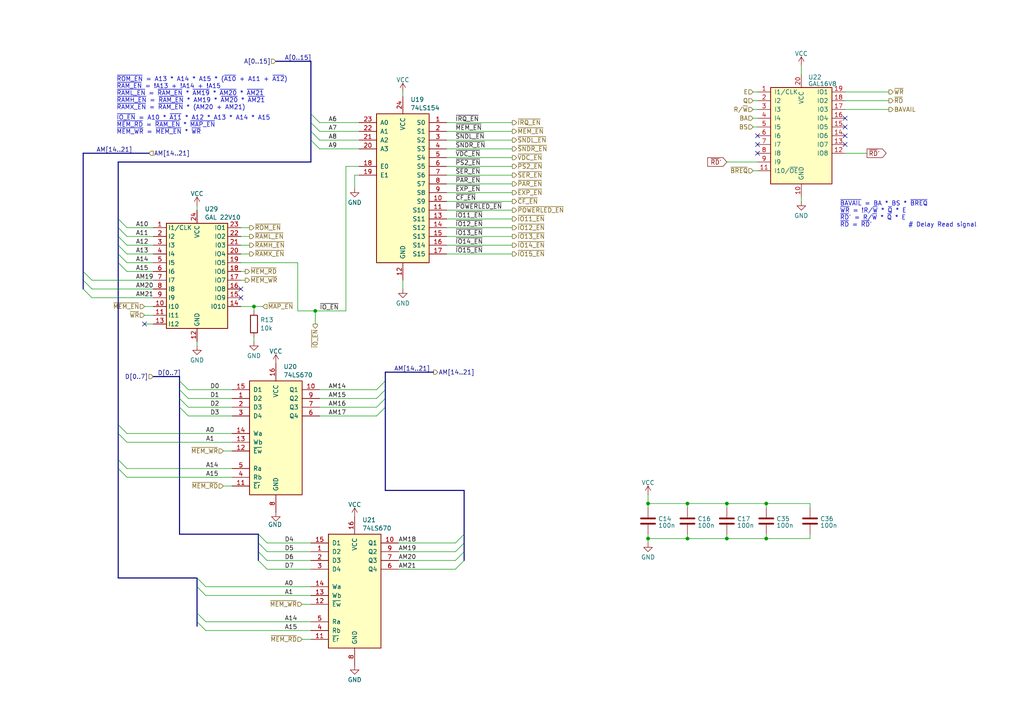
<source format=kicad_sch>
(kicad_sch (version 20231120) (generator "eeschema") (generator_version "8.0")
  (paper "A4")
  (lib_symbols
    (symbol "74xx:74LS154" (pin_names (offset 1.016))
      (property "Reference" "U" (at -7.62 21.59 0))
      (property "Value" "74LS154" (at -7.62 -24.13 0))
      (symbol "74LS154_1_0"
        (pin output line (at 12.7 17.78 180) (length 5.08) (name "S0") (number "1"))
        (pin output line (at 12.7 -5.08 180) (length 5.08) (name "S9") (number "10"))
        (pin output line (at 12.7 -7.62 180) (length 5.08) (name "S10") (number "11"))
        (pin power_in line (at 0 -27.94 90) (length 5.08) (name "GND") (number "12"))
        (pin output line (at 12.7 -10.16 180) (length 5.08) (name "S11") (number "13"))
        (pin output line (at 12.7 -12.7 180) (length 5.08) (name "S12") (number "14"))
        (pin output line (at 12.7 -15.24 180) (length 5.08) (name "S13") (number "15"))
        (pin output line (at 12.7 -17.78 180) (length 5.08) (name "S14") (number "16"))
        (pin output line (at 12.7 -20.32 180) (length 5.08) (name "S15") (number "17"))
        (pin input line (at -12.7 5.08 0) (length 5.08) (name "E0") (number "18"))
        (pin input line (at -12.7 2.54 0) (length 5.08) (name "E1") (number "19"))
        (pin output line (at 12.7 15.24 180) (length 5.08) (name "S1") (number "2"))
        (pin input line (at -12.7 10.16 0) (length 5.08) (name "A3") (number "20"))
        (pin input line (at -12.7 12.7 0) (length 5.08) (name "A2") (number "21"))
        (pin input line (at -12.7 15.24 0) (length 5.08) (name "A1") (number "22"))
        (pin input line (at -12.7 17.78 0) (length 5.08) (name "A0") (number "23"))
        (pin power_in line (at 0 25.4 270) (length 5.08) (name "VCC") (number "24"))
        (pin output line (at 12.7 12.7 180) (length 5.08) (name "S2") (number "3"))
        (pin output line (at 12.7 10.16 180) (length 5.08) (name "S3") (number "4"))
        (pin output line (at 12.7 7.62 180) (length 5.08) (name "S4") (number "5"))
        (pin output line (at 12.7 5.08 180) (length 5.08) (name "S5") (number "6"))
        (pin output line (at 12.7 2.54 180) (length 5.08) (name "S6") (number "7"))
        (pin output line (at 12.7 0 180) (length 5.08) (name "S7") (number "8"))
        (pin output line (at 12.7 -2.54 180) (length 5.08) (name "S8") (number "9"))
      )
      (symbol "74LS154_1_1"
        (rectangle (start -7.62 20.32) (end 7.62 -22.86) (stroke (width 0.254)) (fill (type background)))
      )
    )
    (symbol "74xx:74LS670" (pin_names (offset 1.016))
      (property "Reference" "U" (at -7.62 16.51 0))
      (property "Value" "74LS670" (at -7.62 -19.05 0))
      (symbol "74LS670_1_0"
        (pin input line (at -12.7 10.16 0) (length 5.08) (name "D2") (number "1"))
        (pin tri_state line (at 12.7 12.7 180) (length 5.08) (name "Q1") (number "10"))
        (pin input line (at -12.7 -15.24 0) (length 5.08) (name "~{Er}") (number "11"))
        (pin input line (at -12.7 -5.08 0) (length 5.08) (name "~{Ew}") (number "12"))
        (pin input line (at -12.7 -2.54 0) (length 5.08) (name "Wb") (number "13"))
        (pin input line (at -12.7 0 0) (length 5.08) (name "Wa") (number "14"))
        (pin input line (at -12.7 12.7 0) (length 5.08) (name "D1") (number "15"))
        (pin power_in line (at 0 20.32 270) (length 5.08) (name "VCC") (number "16"))
        (pin input line (at -12.7 7.62 0) (length 5.08) (name "D3") (number "2"))
        (pin input line (at -12.7 5.08 0) (length 5.08) (name "D4") (number "3"))
        (pin input line (at -12.7 -12.7 0) (length 5.08) (name "Rb") (number "4"))
        (pin input line (at -12.7 -10.16 0) (length 5.08) (name "Ra") (number "5"))
        (pin tri_state line (at 12.7 5.08 180) (length 5.08) (name "Q4") (number "6"))
        (pin tri_state line (at 12.7 7.62 180) (length 5.08) (name "Q3") (number "7"))
        (pin power_in line (at 0 -22.86 90) (length 5.08) (name "GND") (number "8"))
        (pin tri_state line (at 12.7 10.16 180) (length 5.08) (name "Q2") (number "9"))
      )
      (symbol "74LS670_1_1"
        (rectangle (start -7.62 15.24) (end 7.62 -17.78) (stroke (width 0.254)) (fill (type background)))
      )
    )
    (symbol "Device:C" (pin_numbers hide) (pin_names (offset 0.254))
      (property "Reference" "C" (at 0.635 2.54 0))
      (property "Value" "C" (at 0.635 -2.54 0))
      (symbol "C_0_1"
        (polyline (pts (xy -2.032 -0.762) (xy 2.032 -0.762)) (stroke (width 0.508)))
        (polyline (pts (xy -2.032 0.762) (xy 2.032 0.762)) (stroke (width 0.508)))
      )
      (symbol "C_1_1"
        (pin passive line (at 0 3.81 270) (length 2.794) (name "~") (number "1"))
        (pin passive line (at 0 -3.81 90) (length 2.794) (name "~") (number "2"))
      )
    )
    (symbol "Device:R" (pin_numbers hide) (pin_names (offset 0))
      (property "Reference" "R" (at 2.032 0 90))
      (property "Value" "R" (at 0 0 90))
      (symbol "R_0_1"
        (rectangle (start -1.016 -2.54) (end 1.016 2.54) (stroke (width 0.254)))
      )
      (symbol "R_1_1"
        (pin passive line (at 0 3.81 270) (length 1.27) (name "~") (number "1"))
        (pin passive line (at 0 -3.81 90) (length 1.27) (name "~") (number "2"))
      )
    )
    (symbol "Logic_Programmable:GAL16V8" (pin_names (offset 1.016))
      (property "Reference" "U" (at -8.89 16.51 0))
      (property "Value" "GAL16V8" (at 1.27 16.51 0))
      (symbol "GAL16V8_0_0"
        (pin power_in line (at 0 -17.78 90) (length 3.81) (name "GND") (number "10"))
        (pin power_in line (at 0 17.78 270) (length 3.81) (name "VCC") (number "20"))
      )
      (symbol "GAL16V8_0_1"
        (rectangle (start -8.89 13.97) (end 8.89 -13.97) (stroke (width 0.254)) (fill (type background)))
      )
      (symbol "GAL16V8_1_1"
        (pin input line (at -12.7 12.7 0) (length 3.81) (name "I1/CLK") (number "1"))
        (pin input line (at -12.7 -10.16 0) (length 3.81) (name "I10/~{OE}") (number "11"))
        (pin tri_state line (at 12.7 -5.08 180) (length 3.81) (name "IO8") (number "12"))
        (pin tri_state line (at 12.7 -2.54 180) (length 3.81) (name "IO7") (number "13"))
        (pin tri_state line (at 12.7 0 180) (length 3.81) (name "IO6") (number "14"))
        (pin tri_state line (at 12.7 2.54 180) (length 3.81) (name "IO5") (number "15"))
        (pin tri_state line (at 12.7 5.08 180) (length 3.81) (name "IO4") (number "16"))
        (pin tri_state line (at 12.7 7.62 180) (length 3.81) (name "I03") (number "17"))
        (pin tri_state line (at 12.7 10.16 180) (length 3.81) (name "IO2") (number "18"))
        (pin tri_state line (at 12.7 12.7 180) (length 3.81) (name "IO1") (number "19"))
        (pin input line (at -12.7 10.16 0) (length 3.81) (name "I2") (number "2"))
        (pin input line (at -12.7 7.62 0) (length 3.81) (name "I3") (number "3"))
        (pin input line (at -12.7 5.08 0) (length 3.81) (name "I4") (number "4"))
        (pin input line (at -12.7 2.54 0) (length 3.81) (name "I5") (number "5"))
        (pin input line (at -12.7 0 0) (length 3.81) (name "I6") (number "6"))
        (pin input line (at -12.7 -2.54 0) (length 3.81) (name "I7") (number "7"))
        (pin input line (at -12.7 -5.08 0) (length 3.81) (name "I8") (number "8"))
        (pin input line (at -12.7 -7.62 0) (length 3.81) (name "I9") (number "9"))
      )
    )
    (symbol "motherboard:GAL22V10"
      (property "Reference" "U29" (at -1.27 30.734 0))
      (property "Value" "GAL 22V10" (at 8.636 -2.794 0))
      (symbol "GAL22V10_0_1"
        (rectangle (start -1.27 29.21) (end 16.51 -1.27) (stroke (width 0.254)) (fill (type background)))
      )
      (symbol "GAL22V10_1_0"
        (pin power_in line (at 7.62 -5.08 90) (length 3.81) (name "GND") (number "12"))
        (pin power_in line (at 7.62 33.02 270) (length 3.81) (name "VCC") (number "24"))
      )
      (symbol "GAL22V10_1_1"
        (pin input line (at -5.08 27.94 0) (length 3.81) (name "I1/CLK") (number "1"))
        (pin input line (at -5.08 5.08 0) (length 3.81) (name "I10") (number "10"))
        (pin input line (at -5.08 2.54 0) (length 3.81) (name "I11") (number "11"))
        (pin input line (at -5.08 0 0) (length 3.81) (name "I12") (number "13"))
        (pin bidirectional line (at 20.32 5.08 180) (length 3.81) (name "I010") (number "14"))
        (pin bidirectional line (at 20.32 7.62 180) (length 3.81) (name "IO9") (number "15"))
        (pin bidirectional line (at 20.32 10.16 180) (length 3.81) (name "IO8") (number "16"))
        (pin bidirectional line (at 20.32 12.7 180) (length 3.81) (name "IO7") (number "17"))
        (pin bidirectional line (at 20.32 15.24 180) (length 3.81) (name "IO6") (number "18"))
        (pin bidirectional line (at 20.32 17.78 180) (length 3.81) (name "IO5") (number "19"))
        (pin input line (at -5.08 25.4 0) (length 3.81) (name "I2") (number "2"))
        (pin bidirectional line (at 20.32 20.32 180) (length 3.81) (name "IO4") (number "20"))
        (pin bidirectional line (at 20.32 22.86 180) (length 3.81) (name "I03") (number "21"))
        (pin bidirectional line (at 20.32 25.4 180) (length 3.81) (name "IO2") (number "22"))
        (pin bidirectional line (at 20.32 27.94 180) (length 3.81) (name "IO1") (number "23"))
        (pin input line (at -5.08 22.86 0) (length 3.81) (name "I3") (number "3"))
        (pin input line (at -5.08 20.32 0) (length 3.81) (name "I4") (number "4"))
        (pin input line (at -5.08 17.78 0) (length 3.81) (name "I5") (number "5"))
        (pin input line (at -5.08 15.24 0) (length 3.81) (name "I6") (number "6"))
        (pin input line (at -5.08 12.7 0) (length 3.81) (name "I7") (number "7"))
        (pin input line (at -5.08 10.16 0) (length 3.81) (name "I8") (number "8"))
        (pin input line (at -5.08 7.62 0) (length 3.81) (name "I9") (number "9"))
      )
    )
    (symbol "power:GND" (power) (pin_names (offset 0))
      (property "Value" "GND" (at 0 -3.81 0))
      (symbol "GND_0_1"
        (polyline (pts (xy 0 0) (xy 0 -1.27) (xy 1.27 -1.27) (xy 0 -2.54) (xy -1.27 -1.27) (xy 0 -1.27)))
      )
      (symbol "GND_1_1"
        (pin power_in line (at 0 0 270) (length 0) hide (name "GND") (number "1"))
      )
    )
    (symbol "power:VCC" (power) (pin_names (offset 0))
      (property "Value" "VCC" (at 0 3.81 0))
      (symbol "VCC_0_1"
        (polyline (pts (xy -0.762 1.27) (xy 0 2.54)))
        (polyline (pts (xy 0 0) (xy 0 2.54)))
        (polyline (pts (xy 0 2.54) (xy 0.762 1.27)))
      )
      (symbol "VCC_1_1"
        (pin power_in line (at 0 0 90) (length 0) hide (name "VCC") (number "1"))
      )
    )
  )
  (junction (at 199.39 146.05))
  (junction (at 187.96 146.05))
  (junction (at 210.82 156.21))
  (junction (at 222.25 156.21))
  (junction (at 187.96 156.21))
  (junction (at 73.66 88.9))
  (junction (at 210.82 146.05))
  (junction (at 222.25 146.05))
  (junction (at 199.39 156.21))
  (junction (at 91.44 90.17))
  (no_connect (at 69.85 86.36))
  (no_connect (at 219.71 39.37))
  (no_connect (at 245.11 39.37))
  (no_connect (at 245.11 34.29))
  (no_connect (at 245.11 36.83))
  (no_connect (at 69.85 83.82))
  (no_connect (at 245.11 41.91))
  (no_connect (at 219.71 44.45))
  (no_connect (at 41.91 93.98))
  (no_connect (at 219.71 41.91))
  (bus_entry (at 90.17 35.56) (size 2.54 2.54))
  (bus_entry (at 57.15 177.8) (size 2.54 2.54))
  (bus_entry (at 34.29 125.73) (size 2.54 2.54))
  (bus_entry (at 34.29 71.12) (size 2.54 2.54))
  (bus_entry (at 52.07 113.03) (size 2.54 2.54))
  (bus_entry (at 34.29 63.5) (size 2.54 2.54))
  (bus_entry (at 74.93 154.94) (size 2.54 2.54))
  (bus_entry (at 111.76 118.11) (size -2.54 2.54))
  (bus_entry (at 134.62 160.02) (size -2.54 2.54))
  (bus_entry (at 111.76 113.03) (size -2.54 2.54))
  (bus_entry (at 134.62 162.56) (size -2.54 2.54))
  (bus_entry (at 111.76 115.57) (size -2.54 2.54))
  (bus_entry (at 57.15 170.18) (size 2.54 2.54))
  (bus_entry (at 134.62 157.48) (size -2.54 2.54))
  (bus_entry (at 24.13 83.82) (size 2.54 2.54))
  (bus_entry (at 90.17 40.64) (size 2.54 2.54))
  (bus_entry (at 57.15 167.64) (size 2.54 2.54))
  (bus_entry (at 34.29 76.2) (size 2.54 2.54))
  (bus_entry (at 90.17 38.1) (size 2.54 2.54))
  (bus_entry (at 34.29 73.66) (size 2.54 2.54))
  (bus_entry (at 74.93 162.56) (size 2.54 2.54))
  (bus_entry (at 34.29 133.35) (size 2.54 2.54))
  (bus_entry (at 52.07 110.49) (size 2.54 2.54))
  (bus_entry (at 74.93 160.02) (size 2.54 2.54))
  (bus_entry (at 34.29 123.19) (size 2.54 2.54))
  (bus_entry (at 52.07 115.57) (size 2.54 2.54))
  (bus_entry (at 24.13 78.74) (size 2.54 2.54))
  (bus_entry (at 74.93 157.48) (size 2.54 2.54))
  (bus_entry (at 34.29 68.58) (size 2.54 2.54))
  (bus_entry (at 90.17 33.02) (size 2.54 2.54))
  (bus_entry (at 34.29 66.04) (size 2.54 2.54))
  (bus_entry (at 34.29 135.89) (size 2.54 2.54))
  (bus_entry (at 109.22 113.03) (size 2.54 -2.54))
  (bus_entry (at 132.08 157.48) (size 2.54 -2.54))
  (bus_entry (at 57.15 180.34) (size 2.54 2.54))
  (bus_entry (at 52.07 118.11) (size 2.54 2.54))
  (bus_entry (at 24.13 81.28) (size 2.54 2.54))
  (wire (pts (xy 257.81 31.75) (xy 245.11 31.75)))
  (wire (pts (xy 218.44 26.67) (xy 219.71 26.67)))
  (bus (pts (xy 74.93 157.48) (xy 74.93 160.02)))
  (wire (pts (xy 210.82 146.05) (xy 210.82 147.32)))
  (wire (pts (xy 92.71 113.03) (xy 109.22 113.03)))
  (wire (pts (xy 36.83 138.43) (xy 67.31 138.43)))
  (wire (pts (xy 257.81 29.21) (xy 245.11 29.21)))
  (bus (pts (xy 34.29 123.19) (xy 34.29 125.73)))
  (bus (pts (xy 52.07 109.22) (xy 52.07 110.49)))
  (wire (pts (xy 54.61 115.57) (xy 67.31 115.57)))
  (bus (pts (xy 24.13 78.74) (xy 24.13 81.28)))
  (bus (pts (xy 52.07 154.94) (xy 52.07 118.11)))
  (wire (pts (xy 77.47 157.48) (xy 90.17 157.48)))
  (bus (pts (xy 111.76 142.24) (xy 111.76 118.11)))
  (bus (pts (xy 52.07 110.49) (xy 52.07 113.03)))
  (wire (pts (xy 91.44 90.17) (xy 91.44 93.98)))
  (bus (pts (xy 74.93 154.94) (xy 74.93 157.48)))
  (wire (pts (xy 69.85 68.58) (xy 72.39 68.58)))
  (wire (pts (xy 129.54 73.66) (xy 148.59 73.66)))
  (wire (pts (xy 57.15 99.06) (xy 57.15 100.33)))
  (wire (pts (xy 64.77 140.97) (xy 67.31 140.97)))
  (wire (pts (xy 100.33 48.26) (xy 104.14 48.26)))
  (bus (pts (xy 111.76 110.49) (xy 111.76 113.03)))
  (wire (pts (xy 73.66 97.79) (xy 73.66 99.06)))
  (wire (pts (xy 218.44 36.83) (xy 219.71 36.83)))
  (wire (pts (xy 129.54 53.34) (xy 148.59 53.34)))
  (wire (pts (xy 129.54 55.88) (xy 148.59 55.88)))
  (wire (pts (xy 129.54 38.1) (xy 148.59 38.1)))
  (bus (pts (xy 80.01 17.78) (xy 90.17 17.78)))
  (wire (pts (xy 73.66 88.9) (xy 76.2 88.9)))
  (wire (pts (xy 36.83 66.04) (xy 44.45 66.04)))
  (bus (pts (xy 34.29 73.66) (xy 34.29 76.2)))
  (wire (pts (xy 234.95 156.21) (xy 234.95 154.94)))
  (wire (pts (xy 232.41 57.15) (xy 232.41 58.42)))
  (bus (pts (xy 34.29 133.35) (xy 34.29 135.89)))
  (bus (pts (xy 24.13 78.74) (xy 24.13 44.45)))
  (wire (pts (xy 187.96 156.21) (xy 187.96 157.48)))
  (wire (pts (xy 36.83 68.58) (xy 44.45 68.58)))
  (wire (pts (xy 187.96 156.21) (xy 199.39 156.21)))
  (wire (pts (xy 115.57 157.48) (xy 132.08 157.48)))
  (wire (pts (xy 36.83 73.66) (xy 44.45 73.66)))
  (wire (pts (xy 73.66 88.9) (xy 73.66 90.17)))
  (bus (pts (xy 111.76 115.57) (xy 111.76 118.11)))
  (wire (pts (xy 36.83 71.12) (xy 44.45 71.12)))
  (wire (pts (xy 100.33 90.17) (xy 100.33 48.26)))
  (wire (pts (xy 64.77 130.81) (xy 67.31 130.81)))
  (bus (pts (xy 111.76 107.95) (xy 111.76 110.49)))
  (wire (pts (xy 87.63 175.26) (xy 90.17 175.26)))
  (wire (pts (xy 129.54 71.12) (xy 148.59 71.12)))
  (wire (pts (xy 92.71 38.1) (xy 104.14 38.1)))
  (wire (pts (xy 54.61 113.03) (xy 67.31 113.03)))
  (bus (pts (xy 90.17 40.64) (xy 90.17 46.99)))
  (wire (pts (xy 199.39 156.21) (xy 210.82 156.21)))
  (wire (pts (xy 210.82 146.05) (xy 222.25 146.05)))
  (wire (pts (xy 59.69 170.18) (xy 90.17 170.18)))
  (wire (pts (xy 129.54 40.64) (xy 148.59 40.64)))
  (wire (pts (xy 187.96 143.51) (xy 187.96 146.05)))
  (bus (pts (xy 34.29 46.99) (xy 34.29 63.5)))
  (wire (pts (xy 116.84 26.67) (xy 116.84 27.94)))
  (wire (pts (xy 36.83 135.89) (xy 67.31 135.89)))
  (wire (pts (xy 92.71 115.57) (xy 109.22 115.57)))
  (wire (pts (xy 92.71 120.65) (xy 109.22 120.65)))
  (wire (pts (xy 57.15 59.69) (xy 57.15 60.96)))
  (wire (pts (xy 59.69 172.72) (xy 90.17 172.72)))
  (wire (pts (xy 92.71 43.18) (xy 104.14 43.18)))
  (wire (pts (xy 199.39 156.21) (xy 199.39 154.94)))
  (wire (pts (xy 54.61 120.65) (xy 67.31 120.65)))
  (bus (pts (xy 57.15 167.64) (xy 57.15 170.18)))
  (wire (pts (xy 129.54 35.56) (xy 148.59 35.56)))
  (wire (pts (xy 210.82 46.99) (xy 219.71 46.99)))
  (bus (pts (xy 57.15 180.34) (xy 57.15 181.61)))
  (wire (pts (xy 36.83 125.73) (xy 67.31 125.73)))
  (bus (pts (xy 134.62 160.02) (xy 134.62 162.56)))
  (wire (pts (xy 69.85 81.28) (xy 71.12 81.28)))
  (bus (pts (xy 34.29 66.04) (xy 34.29 68.58)))
  (wire (pts (xy 129.54 63.5) (xy 148.59 63.5)))
  (wire (pts (xy 232.41 19.05) (xy 232.41 21.59)))
  (wire (pts (xy 129.54 58.42) (xy 148.59 58.42)))
  (wire (pts (xy 115.57 160.02) (xy 132.08 160.02)))
  (wire (pts (xy 218.44 34.29) (xy 219.71 34.29)))
  (wire (pts (xy 187.96 146.05) (xy 199.39 146.05)))
  (wire (pts (xy 77.47 165.1) (xy 90.17 165.1)))
  (wire (pts (xy 199.39 146.05) (xy 210.82 146.05)))
  (wire (pts (xy 222.25 156.21) (xy 234.95 156.21)))
  (wire (pts (xy 257.81 26.67) (xy 245.11 26.67)))
  (bus (pts (xy 111.76 113.03) (xy 111.76 115.57)))
  (wire (pts (xy 222.25 146.05) (xy 222.25 147.32)))
  (wire (pts (xy 218.44 31.75) (xy 219.71 31.75)))
  (bus (pts (xy 34.29 71.12) (xy 34.29 73.66)))
  (wire (pts (xy 129.54 43.18) (xy 148.59 43.18)))
  (wire (pts (xy 41.91 91.44) (xy 44.45 91.44)))
  (wire (pts (xy 36.83 76.2) (xy 44.45 76.2)))
  (bus (pts (xy 134.62 142.24) (xy 134.62 154.94)))
  (bus (pts (xy 90.17 33.02) (xy 90.17 35.56)))
  (wire (pts (xy 59.69 180.34) (xy 90.17 180.34)))
  (bus (pts (xy 44.45 109.22) (xy 52.07 109.22)))
  (bus (pts (xy 57.15 167.64) (xy 34.29 167.64)))
  (wire (pts (xy 129.54 68.58) (xy 148.59 68.58)))
  (wire (pts (xy 234.95 146.05) (xy 234.95 147.32)))
  (wire (pts (xy 245.11 44.45) (xy 251.46 44.45)))
  (bus (pts (xy 52.07 113.03) (xy 52.07 115.57)))
  (wire (pts (xy 115.57 165.1) (xy 132.08 165.1)))
  (bus (pts (xy 57.15 170.18) (xy 57.15 177.8)))
  (wire (pts (xy 102.87 50.8) (xy 102.87 54.61)))
  (bus (pts (xy 90.17 46.99) (xy 34.29 46.99)))
  (wire (pts (xy 218.44 49.53) (xy 219.71 49.53)))
  (wire (pts (xy 129.54 50.8) (xy 148.59 50.8)))
  (wire (pts (xy 218.44 29.21) (xy 219.71 29.21)))
  (wire (pts (xy 104.14 35.56) (xy 92.71 35.56)))
  (wire (pts (xy 104.14 50.8) (xy 102.87 50.8)))
  (wire (pts (xy 41.91 93.98) (xy 44.45 93.98)))
  (wire (pts (xy 92.71 118.11) (xy 109.22 118.11)))
  (bus (pts (xy 34.29 125.73) (xy 34.29 133.35)))
  (wire (pts (xy 222.25 146.05) (xy 234.95 146.05)))
  (wire (pts (xy 26.67 86.36) (xy 44.45 86.36)))
  (wire (pts (xy 91.44 90.17) (xy 100.33 90.17)))
  (wire (pts (xy 36.83 128.27) (xy 67.31 128.27)))
  (bus (pts (xy 125.73 107.95) (xy 111.76 107.95)))
  (bus (pts (xy 34.29 76.2) (xy 34.29 123.19)))
  (wire (pts (xy 69.85 71.12) (xy 72.39 71.12)))
  (wire (pts (xy 210.82 156.21) (xy 222.25 156.21)))
  (bus (pts (xy 34.29 68.58) (xy 34.29 71.12)))
  (wire (pts (xy 87.63 185.42) (xy 90.17 185.42)))
  (wire (pts (xy 69.85 66.04) (xy 72.39 66.04)))
  (bus (pts (xy 90.17 38.1) (xy 90.17 40.64)))
  (wire (pts (xy 92.71 40.64) (xy 104.14 40.64)))
  (bus (pts (xy 34.29 167.64) (xy 34.29 135.89)))
  (bus (pts (xy 52.07 115.57) (xy 52.07 118.11)))
  (bus (pts (xy 134.62 142.24) (xy 111.76 142.24)))
  (wire (pts (xy 69.85 88.9) (xy 73.66 88.9)))
  (wire (pts (xy 86.36 90.17) (xy 91.44 90.17)))
  (wire (pts (xy 116.84 83.82) (xy 116.84 81.28)))
  (bus (pts (xy 24.13 83.82) (xy 24.13 81.28)))
  (wire (pts (xy 199.39 146.05) (xy 199.39 147.32)))
  (wire (pts (xy 26.67 81.28) (xy 44.45 81.28)))
  (wire (pts (xy 129.54 45.72) (xy 148.59 45.72)))
  (bus (pts (xy 52.07 154.94) (xy 74.93 154.94)))
  (wire (pts (xy 187.96 146.05) (xy 187.96 147.32)))
  (wire (pts (xy 129.54 60.96) (xy 148.59 60.96)))
  (wire (pts (xy 26.67 83.82) (xy 44.45 83.82)))
  (wire (pts (xy 77.47 160.02) (xy 90.17 160.02)))
  (wire (pts (xy 187.96 154.94) (xy 187.96 156.21)))
  (bus (pts (xy 74.93 160.02) (xy 74.93 162.56)))
  (bus (pts (xy 134.62 154.94) (xy 134.62 157.48)))
  (bus (pts (xy 134.62 157.48) (xy 134.62 160.02)))
  (wire (pts (xy 69.85 76.2) (xy 86.36 76.2)))
  (bus (pts (xy 24.13 44.45) (xy 43.18 44.45)))
  (wire (pts (xy 54.61 118.11) (xy 67.31 118.11)))
  (wire (pts (xy 69.85 73.66) (xy 72.39 73.66)))
  (bus (pts (xy 57.15 177.8) (xy 57.15 180.34)))
  (wire (pts (xy 77.47 162.56) (xy 90.17 162.56)))
  (wire (pts (xy 69.85 78.74) (xy 71.12 78.74)))
  (wire (pts (xy 41.91 88.9) (xy 44.45 88.9)))
  (bus (pts (xy 90.17 17.78) (xy 90.17 33.02)))
  (wire (pts (xy 129.54 48.26) (xy 148.59 48.26)))
  (wire (pts (xy 36.83 78.74) (xy 44.45 78.74)))
  (wire (pts (xy 86.36 76.2) (xy 86.36 90.17)))
  (bus (pts (xy 34.29 63.5) (xy 34.29 66.04)))
  (wire (pts (xy 59.69 182.88) (xy 90.17 182.88)))
  (bus (pts (xy 90.17 35.56) (xy 90.17 38.1)))
  (wire (pts (xy 115.57 162.56) (xy 132.08 162.56)))
  (wire (pts (xy 210.82 156.21) (xy 210.82 154.94)))
  (wire (pts (xy 222.25 156.21) (xy 222.25 154.94)))
  (wire (pts (xy 129.54 66.04) (xy 148.59 66.04)))
  (text "~{BAVAIL} = BA * BS * ~{BREQ}\n~{WR} = !R/~{W} * ~{Q} * E\n~{RD}' = R/~{W} * ~{Q} * E\n~{RD} = ~{RD}'           # Delay Read signal" (at 243.586 62.23 0) (effects (font (size 1.27 1.27)) (justify left)))
  (text "~{IO_EN} = A10 * ~{A11} * A12 * A13 * A14 * A15\n~{MEM_RD} = ~{RAM_EN} * ~{MAP_EN}\n~{MEM_WR} = ~{MEM_EN} * ~{WR}" (at 33.782 36.322 0) (effects (font (size 1.27 1.27)) (justify left)))
  (text "~{ROM_EN} = A13 * A14 * A15 * (~{A10} + A11 + ~{A12})\n~{RAM_EN} = !A13 + !A14 + !A15\n~{RAML_EN} = ~{RAM_EN} * ~{AM19} * ~{AM20} * ~{AM21}\n~{RAMH_EN} = ~{RAM_EN} * AM19 * ~{AM20} * ~{AM21}\n~{RAMX_EN} = ~{RAM_EN} * (AM20 + AM21)" (at 33.782 27.178 0) (effects (font (size 1.27 1.27)) (justify left)))
  (label "~{IO14_EN}" (at 132.08 71.12 0))
  (label "A1" (at 82.55 172.72 0))
  (label "AM[14..21]" (at 27.94 44.45 0))
  (label "~{IO11_EN}" (at 132.08 63.5 0))
  (label "A14" (at 39.37 76.2 0))
  (label "D2" (at 60.96 118.11 0))
  (label "AM15" (at 95.25 115.57 0))
  (label "A6" (at 95.25 35.56 0))
  (label "AM17" (at 95.25 120.65 0))
  (label "AM20" (at 115.57 162.56 0))
  (label "~{IRQ_EN}" (at 132.08 35.56 0))
  (label "A13" (at 39.37 73.66 0))
  (label "A8" (at 95.25 40.64 0))
  (label "~{SNDR_EN}" (at 132.08 43.18 0))
  (label "~{VDC_EN}" (at 132.08 45.72 0))
  (label "AM19" (at 115.57 160.02 0))
  (label "A0" (at 82.55 170.18 0))
  (label "D6" (at 82.55 162.56 0))
  (label "A0" (at 59.69 125.73 0))
  (label "AM[14..21]" (at 114.3 107.95 0))
  (label "AM21" (at 39.37 86.36 0))
  (label "~{POWERLED_EN}" (at 132.08 60.96 0))
  (label "~{SER_EN}" (at 132.08 50.8 0))
  (label "AM14" (at 95.25 113.03 0))
  (label "AM21" (at 115.57 165.1 0))
  (label "A11" (at 39.37 68.58 0))
  (label "D[0..7]" (at 45.72 109.22 0))
  (label "~{IO13_EN}" (at 132.08 68.58 0))
  (label "D1" (at 60.96 115.57 0))
  (label "~{IO15_EN}" (at 132.08 73.66 0))
  (label "A1" (at 59.69 128.27 0))
  (label "D7" (at 82.55 165.1 0))
  (label "A15" (at 59.69 138.43 0))
  (label "~{PAR_EN}" (at 132.08 53.34 0))
  (label "A[0..15]" (at 82.55 17.78 0))
  (label "AM20" (at 39.37 83.82 0))
  (label "D3" (at 60.96 120.65 0))
  (label "A15" (at 82.55 182.88 0))
  (label "A12" (at 39.37 71.12 0))
  (label "D0" (at 60.96 113.03 0))
  (label "A10" (at 39.37 66.04 0))
  (label "AM19" (at 39.37 81.28 0))
  (label "~{MEM_EN}" (at 132.08 38.1 0))
  (label "~{PS2_EN}" (at 132.08 48.26 0))
  (label "AM16" (at 95.25 118.11 0))
  (label "~{SNDL_EN}" (at 132.08 40.64 0))
  (label "A14" (at 82.55 180.34 0))
  (label "D4" (at 82.55 157.48 0))
  (label "A15" (at 39.37 78.74 0))
  (label "~{CF_EN}" (at 132.08 58.42 0))
  (label "~{EXP_EN}" (at 132.08 55.88 0))
  (label "AM18" (at 115.57 157.48 0))
  (label "A9" (at 95.25 43.18 0))
  (label "D5" (at 82.55 160.02 0))
  (label "A7" (at 95.25 38.1 0))
  (label "~{IO12_EN}" (at 132.08 66.04 0))
  (label "A14" (at 59.69 135.89 0))
  (label "~{IO_EN}" (at 92.71 90.17 0))
  (global_label "~{RD}'" (shape input) (at 210.82 46.99 180) (property "Intersheetrefs" "${INTERSHEET_REFS}" (effects (hide yes))))
  (global_label "~{RD}'" (shape output) (at 251.46 44.45 0) (property "Intersheetrefs" "${INTERSHEET_REFS}" (effects (hide yes))))
  (hierarchical_label "BS" (shape input) (at 218.44 36.83 180))
  (hierarchical_label "BA" (shape input) (at 218.44 34.29 180))
  (hierarchical_label "~{MEM_WR}" (shape input) (at 87.63 175.26 180))
  (hierarchical_label "Q" (shape input) (at 218.44 29.21 180))
  (hierarchical_label "~{MEM_WR}" (shape input) (at 64.77 130.81 180))
  (hierarchical_label "~{IO15_EN}" (shape output) (at 148.59 73.66 0))
  (hierarchical_label "~{PS2_EN}" (shape output) (at 148.59 48.26 0))
  (hierarchical_label "~{IO11_EN}" (shape output) (at 148.59 63.5 0))
  (hierarchical_label "~{EXP_EN}" (shape output) (at 148.59 55.88 0))
  (hierarchical_label "~{MEM_EN}" (shape output) (at 148.59 38.1 0))
  (hierarchical_label "~{MEM_EN}" (shape input) (at 41.91 88.9 180))
  (hierarchical_label "~{RAMX_EN}" (shape output) (at 72.39 73.66 0))
  (hierarchical_label "~{ROM_EN}" (shape output) (at 72.39 66.04 0))
  (hierarchical_label "BAVAIL" (shape output) (at 257.81 31.75 0))
  (hierarchical_label "~{RAML_EN}" (shape output) (at 72.39 68.58 0))
  (hierarchical_label "A[0..15]" (shape input) (at 80.01 17.78 180))
  (hierarchical_label "~{RAMH_EN}" (shape output) (at 72.39 71.12 0))
  (hierarchical_label "~{MEM_WR}" (shape output) (at 71.12 81.28 0))
  (hierarchical_label "~{SNDR_EN}" (shape output) (at 148.59 43.18 0))
  (hierarchical_label "~{SNDL_EN}" (shape output) (at 148.59 40.64 0))
  (hierarchical_label "~{POWERLED_EN}" (shape output) (at 148.59 60.96 0))
  (hierarchical_label "~{VDC_EN}" (shape output) (at 148.59 45.72 0))
  (hierarchical_label "AM[14..21]" (shape output) (at 125.73 107.95 0))
  (hierarchical_label "D[0..7]" (shape input) (at 44.45 109.22 180))
  (hierarchical_label "E" (shape input) (at 218.44 26.67 180))
  (hierarchical_label "R{slash}~{W}" (shape input) (at 218.44 31.75 180))
  (hierarchical_label "~{MEM_RD}" (shape output) (at 71.12 78.74 0))
  (hierarchical_label "~{PAR_EN}" (shape output) (at 148.59 53.34 0))
  (hierarchical_label "~{IRQ_EN}" (shape output) (at 148.59 35.56 0))
  (hierarchical_label "~{MEM_RD}" (shape input) (at 64.77 140.97 180))
  (hierarchical_label "~{SER_EN}" (shape output) (at 148.59 50.8 0))
  (hierarchical_label "~{WR}" (shape input) (at 41.91 91.44 180))
  (hierarchical_label "~{RD}" (shape output) (at 257.81 29.21 0))
  (hierarchical_label "~{BREQ}" (shape input) (at 218.44 49.53 180))
  (hierarchical_label "AM[14..21]" (shape input) (at 43.18 44.45 0))
  (hierarchical_label "~{IO_EN}" (shape output) (at 91.44 93.98 270))
  (hierarchical_label "~{MAP_EN}" (shape input) (at 76.2 88.9 0))
  (hierarchical_label "~{IO13_EN}" (shape output) (at 148.59 68.58 0))
  (hierarchical_label "~{IO12_EN}" (shape output) (at 148.59 66.04 0))
  (hierarchical_label "~{MEM_RD}" (shape input) (at 87.63 185.42 180))
  (hierarchical_label "~{IO14_EN}" (shape output) (at 148.59 71.12 0))
  (hierarchical_label "~{CF_EN}" (shape output) (at 148.59 58.42 0))
  (hierarchical_label "~{WR}" (shape output) (at 257.81 26.67 0))
  (symbol (lib_id "Device:C") (at 199.39 151.13 0) (unit 1)
    (property "Reference" "C16" (at 202.311 150.4863 0) (effects (justify left)))
    (property "Value" "100n" (at 202.311 152.4073 0) (effects (justify left)))
    (property "Footprint" "Capacitor_THT:C_Disc_D5.0mm_W2.5mm_P2.50mm" (effects (hide yes)))
  )
  (symbol (lib_id "Device:C") (at 187.96 151.13 0) (unit 1)
    (property "Reference" "C14" (at 190.881 150.4863 0) (effects (justify left)))
    (property "Value" "100n" (at 190.881 152.4073 0) (effects (justify left)))
    (property "Footprint" "Capacitor_THT:C_Disc_D5.0mm_W2.5mm_P2.50mm" (effects (hide yes)))
  )
  (symbol (lib_id "Device:R") (at 73.66 93.98 0) (unit 1)
    (property "Reference" "R13" (at 75.438 92.7678 0) (effects (justify left)))
    (property "Value" "10k" (at 75.438 95.1921 0) (effects (justify left)))
    (property "Footprint" "Resistor_THT:R_Axial_DIN0204_L3.6mm_D1.6mm_P7.62mm_Horizontal" (effects (hide yes)))
    (property "Description" "Resistor" (effects (hide yes)))
  )
  (symbol (lib_id "power:GND") (at 102.87 54.61 0) (unit 1)
    (property "Reference" "#PWR049" (effects (hide yes)))
    (property "Value" "GND" (at 102.87 58.7455 0))
  )
  (symbol (lib_id "power:GND") (at 187.96 157.48 0) (unit 1)
    (property "Reference" "#PWR060" (effects (hide yes)))
    (property "Value" "GND" (at 187.96 161.6155 0))
  )
  (symbol (lib_id "Device:C") (at 222.25 151.13 0) (unit 1)
    (property "Reference" "C35" (at 225.171 150.4863 0) (effects (justify left)))
    (property "Value" "100n" (at 225.171 152.4073 0) (effects (justify left)))
    (property "Footprint" "Capacitor_THT:C_Disc_D5.0mm_W2.5mm_P2.50mm" (effects (hide yes)))
  )
  (symbol (lib_id "74xx:74LS670") (at 102.87 170.18 0) (unit 1)
    (property "Reference" "U21" (at 105.0641 150.7955 0) (effects (justify left)))
    (property "Value" "74LS670" (at 105.0641 153.2198 0) (effects (justify left)))
    (property "Footprint" "Package_DIP:DIP-16_W7.62mm_Socket" (effects (hide yes)))
    (property "Datasheet" "http://www.ti.com/lit/gpn/sn74LS670" (effects (hide yes)))
    (property "Description" "4 x 4 Register Files 3-State Outputs" (effects (hide yes)))
  )
  (symbol (lib_id "Device:C") (at 234.95 151.13 0) (unit 1)
    (property "Reference" "C36" (at 237.871 150.4863 0) (effects (justify left)))
    (property "Value" "100n" (at 237.871 152.4073 0) (effects (justify left)))
    (property "Footprint" "Capacitor_THT:C_Disc_D5.0mm_W2.5mm_P2.50mm" (effects (hide yes)))
  )
  (symbol (lib_id "power:GND") (at 116.84 83.82 0) (unit 1)
    (property "Reference" "#PWR046" (effects (hide yes)))
    (property "Value" "GND" (at 116.84 87.9555 0))
  )
  (symbol (lib_id "power:GND") (at 232.41 58.42 0) (unit 1)
    (property "Reference" "#PWR059" (effects (hide yes)))
    (property "Value" "GND" (at 232.41 62.5555 0))
  )
  (symbol (lib_id "power:VCC") (at 232.41 19.05 0) (unit 1)
    (property "Reference" "#PWR058" (effects (hide yes)))
    (property "Value" "VCC" (at 232.41 15.5481 0))
  )
  (symbol (lib_id "power:VCC") (at 187.96 143.51 0) (unit 1)
    (property "Reference" "#PWR054" (effects (hide yes)))
    (property "Value" "VCC" (at 187.96 140.0081 0))
  )
  (symbol (lib_id "74xx:74LS670") (at 80.01 125.73 0) (unit 1)
    (property "Reference" "U20" (at 82.2041 106.3455 0) (effects (justify left)))
    (property "Value" "74LS670" (at 82.2041 108.7698 0) (effects (justify left)))
    (property "Footprint" "Package_DIP:DIP-16_W7.62mm_Socket" (effects (hide yes)))
    (property "Datasheet" "http://www.ti.com/lit/gpn/sn74LS670" (effects (hide yes)))
    (property "Description" "4 x 4 Register Files 3-State Outputs" (effects (hide yes)))
  )
  (symbol (lib_id "power:GND") (at 73.66 99.06 0) (unit 1)
    (property "Reference" "#PWR048" (effects (hide yes)))
    (property "Value" "GND" (at 73.66 103.1955 0))
  )
  (symbol (lib_id "74xx:74LS154") (at 116.84 53.34 0) (unit 1)
    (property "Reference" "U19" (at 119.0341 28.8755 0) (effects (justify left)))
    (property "Value" "74LS154" (at 119.0341 31.2998 0) (effects (justify left)))
    (property "Footprint" "Package_DIP:DIP-24_W15.24mm_Socket" (effects (hide yes)))
    (property "Datasheet" "http://www.ti.com/lit/gpn/sn74LS154" (effects (hide yes)))
    (property "Description" "Decoder 4 to 16" (effects (hide yes)))
  )
  (symbol (lib_id "power:GND") (at 102.87 193.04 0) (unit 1)
    (property "Reference" "#PWR051" (effects (hide yes)))
    (property "Value" "GND" (at 102.87 197.1755 0))
  )
  (symbol (lib_id "power:VCC") (at 57.15 59.69 0) (unit 1)
    (property "Reference" "#PWR091" (effects (hide yes)))
    (property "Value" "VCC" (at 57.15 56.1881 0))
  )
  (symbol (lib_id "Logic_Programmable:GAL16V8") (at 232.41 39.37 0) (unit 1)
    (property "Reference" "U22" (at 234.3659 22.3901 0) (effects (justify left)))
    (property "Value" "GAL16V8" (at 234.3659 24.3111 0) (effects (justify left)))
    (property "Footprint" "Package_DIP:DIP-20_W7.62mm_Socket" (effects (hide yes)))
  )
  (symbol (lib_id "power:VCC") (at 80.01 105.41 0) (unit 1)
    (property "Reference" "#PWR0100" (effects (hide yes)))
    (property "Value" "VCC" (at 80.01 101.9081 0))
  )
  (symbol (lib_id "power:GND") (at 57.15 100.33 0) (unit 1)
    (property "Reference" "#PWR090" (effects (hide yes)))
    (property "Value" "GND" (at 57.15 104.4655 0))
  )
  (symbol (lib_id "power:GND") (at 80.01 148.59 0) (unit 1)
    (property "Reference" "#PWR093" (effects (hide yes)))
    (property "Value" "GND" (at 79.756 152.146 0))
  )
  (symbol (lib_id "power:VCC") (at 102.87 149.86 0) (unit 1)
    (property "Reference" "#PWR047" (effects (hide yes)))
    (property "Value" "VCC" (at 102.87 146.3581 0))
  )
  (symbol (lib_id "Device:C") (at 210.82 151.13 0) (unit 1)
    (property "Reference" "C17" (at 213.741 150.4863 0) (effects (justify left)))
    (property "Value" "100n" (at 213.741 152.4073 0) (effects (justify left)))
    (property "Footprint" "Capacitor_THT:C_Disc_D5.0mm_W2.5mm_P2.50mm" (effects (hide yes)))
  )
  (symbol (lib_id "power:VCC") (at 116.84 26.67 0) (unit 1)
    (property "Reference" "#PWR050" (effects (hide yes)))
    (property "Value" "VCC" (at 116.84 23.1681 0))
  )
  (symbol (lib_id "motherboard:GAL22V10") (at 49.53 93.98 0) (unit 1)
    (property "Reference" "U29" (at 59.3441 60.6255 0) (effects (justify left)))
    (property "Value" "GAL 22V10" (at 59.3441 63.0498 0) (effects (justify left)))
    (property "Footprint" "Package_DIP:DIP-24_W7.62mm_Socket" (effects (hide yes)))
  )
)
</source>
